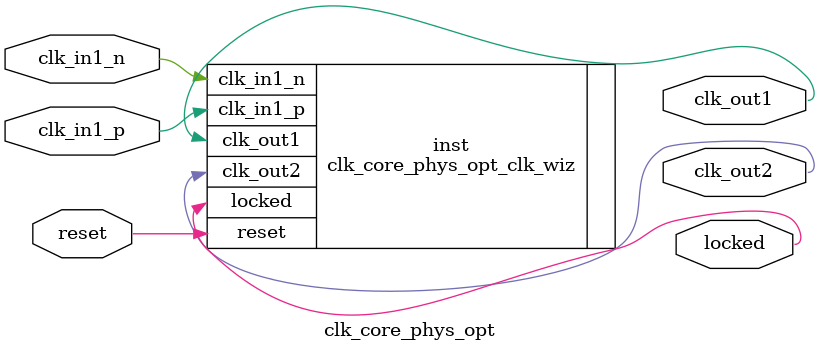
<source format=v>


`timescale 1ps/1ps

(* CORE_GENERATION_INFO = "clk_core_phys_opt,clk_wiz_v6_0_11_0_0,{component_name=clk_core_phys_opt,use_phase_alignment=true,use_min_o_jitter=false,use_max_i_jitter=false,use_dyn_phase_shift=false,use_inclk_switchover=false,use_dyn_reconfig=false,enable_axi=0,feedback_source=FDBK_AUTO,PRIMITIVE=MMCM,num_out_clk=2,clkin1_period=3.333,clkin2_period=10.0,use_power_down=false,use_reset=true,use_locked=true,use_inclk_stopped=false,feedback_type=SINGLE,CLOCK_MGR_TYPE=NA,manual_override=false}" *)

module clk_core_phys_opt 
 (
  // Clock out ports
  output        clk_out1,
  output        clk_out2,
  // Status and control signals
  input         reset,
  output        locked,
 // Clock in ports
  input         clk_in1_p,
  input         clk_in1_n
 );

  clk_core_phys_opt_clk_wiz inst
  (
  // Clock out ports  
  .clk_out1(clk_out1),
  .clk_out2(clk_out2),
  // Status and control signals               
  .reset(reset), 
  .locked(locked),
 // Clock in ports
  .clk_in1_p(clk_in1_p),
  .clk_in1_n(clk_in1_n)
  );

endmodule

</source>
